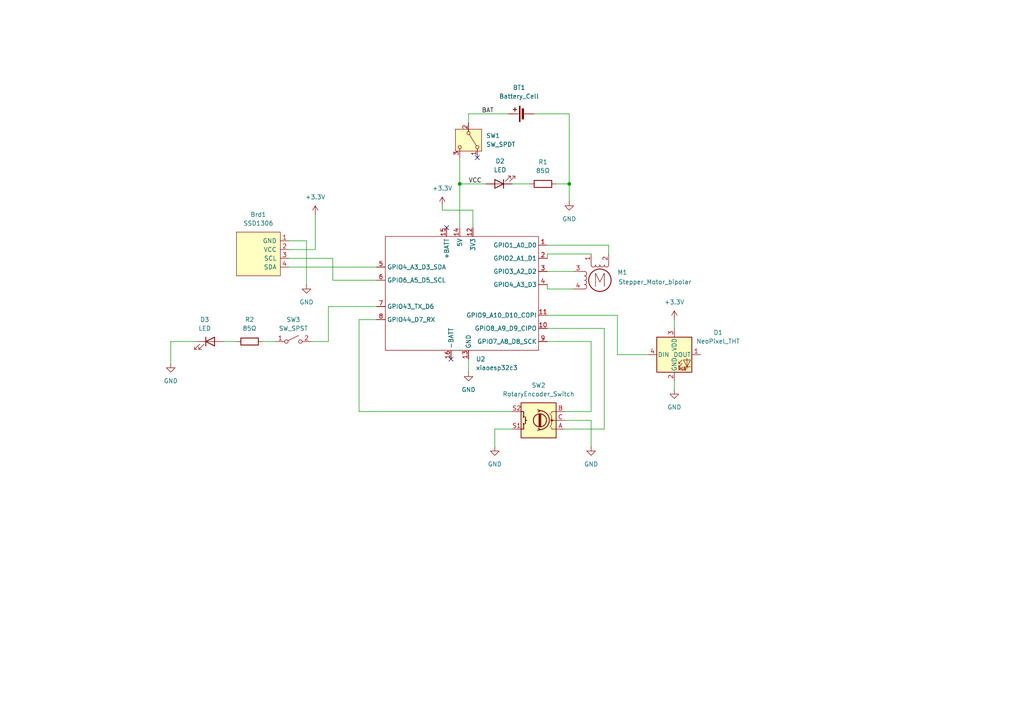
<source format=kicad_sch>
(kicad_sch (version 20250114) (generator "eeschema") (generator_version "9.0")
  (paper "A4")
  (title_block (title "Display Device: Desktop Hydration Gauge") (date "2026-02-02") (rev "v2.0") (company "Smart Water Intake Tracker") (comment 1 "Zihan Yang"))
  (lib_symbols
    (symbol "Device:Battery_Cell" (pin_numbers (hide yes)) (pin_names (offset 0) (hide yes))
      (property "Reference" "BT" (at 2.54 2.54 0))
      (property "Value" "Battery_Cell" (at 2.54 0 0))
      (symbol "Battery_Cell_0_1"
        (rectangle (start -2.286 1.778) (end 2.286 1.524) (fill (type outline)))
        (rectangle (start -1.524 1.016) (end 1.524 0.508) (fill (type outline)))
        (polyline (pts (xy 0 1.778) (xy 0 2.54)))
        (polyline (pts (xy 0 0.762) (xy 0 0)))
        (polyline (pts (xy 0.762 3.048) (xy 1.778 3.048)) (stroke (width 0.254)))
        (polyline (pts (xy 1.27 3.556) (xy 1.27 2.54)) (stroke (width 0.254)))
      )
      (symbol "Battery_Cell_1_1"
        (pin passive line (at 0 5.08 270) (length 2.54) (name "+") (number "1"))
        (pin passive line (at 0 -2.54 90) (length 2.54) (name "-") (number "2"))
      )
    )
    (symbol "Device:LED" (pin_numbers (hide yes)) (pin_names (offset 1.016) (hide yes))
      (property "Reference" "D" (at 0 2.54 0))
      (property "Value" "LED" (at 0 -2.54 0))
      (symbol "LED_0_1"
        (polyline (pts (xy -3.048 -0.762) (xy -4.572 -2.286) (xy -3.81 -2.286) (xy -4.572 -2.286) (xy -4.572 -1.524)))
        (polyline (pts (xy -1.778 -0.762) (xy -3.302 -2.286) (xy -2.54 -2.286) (xy -3.302 -2.286) (xy -3.302 -1.524)))
        (polyline (pts (xy -1.27 0) (xy 1.27 0)))
        (polyline (pts (xy -1.27 -1.27) (xy -1.27 1.27)) (stroke (width 0.254)))
        (polyline (pts (xy 1.27 -1.27) (xy 1.27 1.27) (xy -1.27 0) (xy 1.27 -1.27)) (stroke (width 0.254)))
      )
      (symbol "LED_1_1"
        (pin passive line (at -3.81 0 0) (length 2.54) (name "K") (number "1"))
        (pin passive line (at 3.81 0 180) (length 2.54) (name "A") (number "2"))
      )
    )
    (symbol "Device:R" (pin_numbers (hide yes)) (pin_names (offset 0))
      (property "Reference" "R" (at 2.032 0 90))
      (property "Value" "R" (at 0 0 90))
      (symbol "R_0_1"
        (rectangle (start -1.016 -2.54) (end 1.016 2.54) (stroke (width 0.254)))
      )
      (symbol "R_1_1"
        (pin passive line (at 0 3.81 270) (length 1.27) (name "~") (number "1"))
        (pin passive line (at 0 -3.81 90) (length 1.27) (name "~") (number "2"))
      )
    )
    (symbol "Device:RotaryEncoder_Switch" (pin_names (offset 0.254) (hide yes))
      (property "Reference" "SW" (at 0 6.604 0))
      (property "Value" "RotaryEncoder_Switch" (at 0 -6.604 0))
      (symbol "RotaryEncoder_Switch_0_1"
        (rectangle (start -5.08 5.08) (end 5.08 -5.08) (stroke (width 0.254)) (fill (type background)))
        (polyline (pts (xy -5.08 2.54) (xy -3.81 2.54) (xy -3.81 2.032)))
        (polyline (pts (xy -5.08 0) (xy -3.81 0) (xy -3.81 -1.016) (xy -3.302 -2.032)))
        (polyline (pts (xy -5.08 -2.54) (xy -3.81 -2.54) (xy -3.81 -2.032)))
        (polyline (pts (xy -4.318 0) (xy -3.81 0) (xy -3.81 1.016) (xy -3.302 2.032)))
        (circle (center -3.81 0) (radius 0.254) (fill (type outline)))
        (polyline (pts (xy -0.635 -1.778) (xy -0.635 1.778)) (stroke (width 0.254)))
        (circle (center -0.381 0) (radius 1.905) (stroke (width 0.254)))
        (polyline (pts (xy -0.381 -1.778) (xy -0.381 1.778)) (stroke (width 0.254)))
        (arc (start -0.381 -2.794) (mid -3.0988 -0.0635) (end -0.381 2.667) (stroke (width 0.254)))
        (polyline (pts (xy -0.127 1.778) (xy -0.127 -1.778)) (stroke (width 0.254)))
        (polyline (pts (xy 0.254 2.921) (xy -0.508 2.667) (xy 0.127 2.286)) (stroke (width 0.254)))
        (polyline (pts (xy 0.254 -3.048) (xy -0.508 -2.794) (xy 0.127 -2.413)) (stroke (width 0.254)))
        (polyline (pts (xy 3.81 1.016) (xy 3.81 -1.016)) (stroke (width 0.254)))
        (polyline (pts (xy 3.81 0) (xy 3.429 0)) (stroke (width 0.254)))
        (circle (center 4.318 1.016) (radius 0.127) (stroke (width 0.254)))
        (circle (center 4.318 -1.016) (radius 0.127) (stroke (width 0.254)))
        (polyline (pts (xy 5.08 2.54) (xy 4.318 2.54) (xy 4.318 1.016)) (stroke (width 0.254)))
        (polyline (pts (xy 5.08 -2.54) (xy 4.318 -2.54) (xy 4.318 -1.016)) (stroke (width 0.254)))
      )
      (symbol "RotaryEncoder_Switch_1_1"
        (pin passive line (at -7.62 2.54 0) (length 2.54) (name "A") (number "A"))
        (pin passive line (at -7.62 0 0) (length 2.54) (name "C") (number "C"))
        (pin passive line (at -7.62 -2.54 0) (length 2.54) (name "B") (number "B"))
        (pin passive line (at 7.62 2.54 180) (length 2.54) (name "S1") (number "S1"))
        (pin passive line (at 7.62 -2.54 180) (length 2.54) (name "S2") (number "S2"))
      )
    )
    (symbol "GIX_ESP32:XIAO_ESP32"
      (property "Reference" "U" (at -19.812 18.288 0))
      (symbol "XIAO_ESP32_0_1"
        (polyline (pts (xy -21.59 16.51) (xy -21.59 -16.51) (xy 22.86 -16.51) (xy 22.86 16.51) (xy -21.59 16.51)))
      )
      (symbol "XIAO_ESP32_1_1"
        (pin bidirectional line (at -24.13 7.62 0) (length 2.54) (name "GPIO4_A3_D3_SDA") (number "5"))
        (pin bidirectional line (at -24.13 3.81 0) (length 2.54) (name "GPIO6_A5_D5_SCL") (number "6"))
        (pin bidirectional line (at -24.13 -3.81 0) (length 2.54) (name "GPIO43_TX_D6") (number "7"))
        (pin bidirectional line (at -24.13 -7.62 0) (length 2.54) (name "GPIO44_D7_RX") (number "8"))
        (pin bidirectional line (at -3.81 19.05 270) (length 2.54) (name "+BATT") (number "15"))
        (pin bidirectional line (at -2.54 -19.05 90) (length 2.54) (name "-BATT") (number "16"))
        (pin bidirectional line (at 0 19.05 270) (length 2.54) (name "5V") (number "14"))
        (pin bidirectional line (at 2.54 -19.05 90) (length 2.54) (name "GND") (number "13"))
        (pin bidirectional line (at 3.81 19.05 270) (length 2.54) (name "3V3") (number "12"))
        (pin bidirectional line (at 25.4 13.97 180) (length 2.54) (name "GPIO1_A0_D0") (number "1"))
        (pin bidirectional line (at 25.4 10.16 180) (length 2.54) (name "GPIO2_A1_D1") (number "2"))
        (pin bidirectional line (at 25.4 6.35 180) (length 2.54) (name "GPIO3_A2_D2") (number "3"))
        (pin bidirectional line (at 25.4 2.54 180) (length 2.54) (name "GPIO4_A3_D3") (number "4"))
        (pin bidirectional line (at 25.4 -6.35 180) (length 2.54) (name "GPIO9_A10_D10_COPI") (number "11"))
        (pin bidirectional line (at 25.4 -10.16 180) (length 2.54) (name "GPIO8_A9_D9_CIPO") (number "10"))
        (pin bidirectional line (at 25.4 -13.97 180) (length 2.54) (name "GPIO7_A8_D8_SCK") (number "9"))
      )
    )
    (symbol "LED:NeoPixel_THT" (pin_names (offset 0.254))
      (property "Reference" "D" (at 5.08 5.715 0))
      (property "Value" "NeoPixel_THT" (at 1.27 -5.715 0))
      (symbol "NeoPixel_THT_0_0"
        (text "RGB" (at 2.286 -4.191 0) (effects (font (size 0.762 0.762))))
      )
      (symbol "NeoPixel_THT_0_1"
        (polyline (pts (xy 1.27 -2.54) (xy 1.778 -2.54)))
        (polyline (pts (xy 1.27 -3.556) (xy 1.778 -3.556)))
        (polyline (pts (xy 2.286 -1.524) (xy 1.27 -2.54) (xy 1.27 -2.032)))
        (polyline (pts (xy 2.286 -2.54) (xy 1.27 -3.556) (xy 1.27 -3.048)))
        (polyline (pts (xy 3.683 -1.016) (xy 3.683 -3.556) (xy 3.683 -4.064)))
        (polyline (pts (xy 4.699 -1.524) (xy 2.667 -1.524) (xy 3.683 -3.556) (xy 4.699 -1.524)))
        (polyline (pts (xy 4.699 -3.556) (xy 2.667 -3.556)))
        (rectangle (start 5.08 5.08) (end -5.08 -5.08) (stroke (width 0.254)) (fill (type background)))
      )
      (symbol "NeoPixel_THT_1_1"
        (pin input line (at -7.62 0 0) (length 2.54) (name "DIN") (number "4"))
        (pin power_in line (at 0 7.62 270) (length 2.54) (name "VDD") (number "3"))
        (pin power_in line (at 0 -7.62 90) (length 2.54) (name "GND") (number "2"))
        (pin output line (at 7.62 0 180) (length 2.54) (name "DOUT") (number "1"))
      )
    )
    (symbol "Motor:Stepper_Motor_bipolar" (pin_names (offset 0) (hide yes))
      (property "Reference" "M" (at 3.81 2.54 0))
      (property "Value" "Stepper_Motor_bipolar" (at 3.81 1.27 0))
      (symbol "Stepper_Motor_bipolar_0_0"
        (polyline (pts (xy -1.27 -1.778) (xy -1.27 2.032) (xy 0 -0.508) (xy 1.27 2.032) (xy 1.27 -1.778)))
      )
      (symbol "Stepper_Motor_bipolar_0_1"
        (polyline (pts (xy -5.08 2.54) (xy -4.445 2.54)))
        (polyline (pts (xy -5.08 -2.54) (xy -4.445 -2.54)))
        (arc (start -4.445 2.54) (mid -3.8127 1.905) (end -4.445 1.27))
        (arc (start -4.445 1.27) (mid -3.8127 0.635) (end -4.445 0))
        (arc (start -4.445 0) (mid -3.8127 -0.635) (end -4.445 -1.27))
        (arc (start -4.445 -1.27) (mid -3.8127 -1.905) (end -4.445 -2.54))
        (polyline (pts (xy -2.54 5.08) (xy -2.54 4.445)))
        (arc (start -1.27 4.445) (mid -1.905 3.8127) (end -2.54 4.445))
        (arc (start 0 4.445) (mid -0.635 3.8127) (end -1.27 4.445))
        (circle (center 0 0) (radius 3.2512) (stroke (width 0.254)))
        (arc (start 1.27 4.445) (mid 0.635 3.8127) (end 0 4.445))
        (arc (start 2.54 4.445) (mid 1.905 3.8127) (end 1.27 4.445))
        (polyline (pts (xy 2.54 5.08) (xy 2.54 4.445)))
      )
      (symbol "Stepper_Motor_bipolar_1_1"
        (pin passive line (at -7.62 2.54 0) (length 2.54) (name "~") (number "3"))
        (pin passive line (at -7.62 -2.54 0) (length 2.54) (name "~") (number "4"))
        (pin passive line (at -2.54 7.62 270) (length 2.54) (name "~") (number "1"))
        (pin passive line (at 2.54 7.62 270) (length 2.54) (name "-") (number "2"))
      )
    )
    (symbol "SSD1306-128x64_OLED:SSD1306" (pin_names (offset 1.016))
      (property "Reference" "Brd" (at 0 -3.81 0))
      (property "Value" "SSD1306" (at 0 -1.27 0))
      (symbol "SSD1306_0_1"
        (rectangle (start -6.35 6.35) (end 6.35 -6.35) (fill (type background)))
      )
      (symbol "SSD1306_1_1"
        (pin input line (at -3.81 8.89 270) (length 2.54) (name "GND") (number "1"))
        (pin input line (at -1.27 8.89 270) (length 2.54) (name "VCC") (number "2"))
        (pin input line (at 1.27 8.89 270) (length 2.54) (name "SCL") (number "3"))
        (pin input line (at 3.81 8.89 270) (length 2.54) (name "SDA") (number "4"))
      )
    )
    (symbol "Switch:SW_SPDT" (pin_names (offset 0) (hide yes))
      (property "Reference" "SW" (at 0 5.08 0))
      (property "Value" "SW_SPDT" (at 0 -5.08 0))
      (symbol "SW_SPDT_0_1"
        (circle (center -2.032 0) (radius 0.4572))
        (polyline (pts (xy -1.651 0.254) (xy 1.651 2.286)))
        (circle (center 2.032 2.54) (radius 0.4572))
        (circle (center 2.032 -2.54) (radius 0.4572))
      )
      (symbol "SW_SPDT_1_1"
        (rectangle (start -3.175 3.81) (end 3.175 -3.81) (fill (type background)))
        (pin passive line (at -5.08 0 0) (length 2.54) (name "B") (number "2"))
        (pin passive line (at 5.08 2.54 180) (length 2.54) (name "A") (number "1"))
        (pin passive line (at 5.08 -2.54 180) (length 2.54) (name "C") (number "3"))
      )
    )
    (symbol "Switch:SW_SPST" (pin_names (offset 0) (hide yes))
      (property "Reference" "SW" (at 0 3.175 0))
      (property "Value" "SW_SPST" (at 0 -2.54 0))
      (symbol "SW_SPST_0_0"
        (circle (center -2.032 0) (radius 0.508))
        (polyline (pts (xy -1.524 0.254) (xy 1.524 1.778)))
        (circle (center 2.032 0) (radius 0.508))
      )
      (symbol "SW_SPST_1_1"
        (pin passive line (at -5.08 0 0) (length 2.54) (name "A") (number "1"))
        (pin passive line (at 5.08 0 180) (length 2.54) (name "B") (number "2"))
      )
    )
    (symbol "power:+3.3V" (power) (pin_numbers (hide yes)) (pin_names (offset 0) (hide yes))
      (property "Value" "+3.3V" (at 0 3.556 0))
      (symbol "+3.3V_0_1"
        (polyline (pts (xy -0.762 1.27) (xy 0 2.54)))
        (polyline (pts (xy 0 2.54) (xy 0.762 1.27)))
        (polyline (pts (xy 0 0) (xy 0 2.54)))
      )
      (symbol "+3.3V_1_1"
        (pin power_in line (at 0 0 90) (length 0) (name "~") (number "1"))
      )
    )
    (symbol "power:GND" (power) (pin_numbers (hide yes)) (pin_names (offset 0) (hide yes))
      (property "Value" "GND" (at 0 -3.81 0))
      (symbol "GND_0_1"
        (polyline (pts (xy 0 0) (xy 0 -1.27) (xy 1.27 -1.27) (xy 0 -2.54) (xy -1.27 -1.27) (xy 0 -1.27)))
      )
      (symbol "GND_1_1"
        (pin power_in line (at 0 0 270) (length 0) (name "~") (number "1"))
      )
    )
  )
  (junction (at 133.35 53.34))
  (junction (at 165.1 53.34))
  (no_connect (at 129.54 66.04))
  (no_connect (at 130.81 104.14))
  (no_connect (at 138.43 45.72))
  (wire (pts (xy 83.82 72.39) (xy 91.44 72.39)))
  (wire (pts (xy 163.83 124.46) (xy 175.26 124.46)))
  (wire (pts (xy 104.14 119.38) (xy 148.59 119.38)))
  (wire (pts (xy 133.35 53.34) (xy 133.35 66.04)))
  (wire (pts (xy 171.45 121.92) (xy 163.83 121.92)))
  (wire (pts (xy 154.94 33.02) (xy 165.1 33.02)))
  (wire (pts (xy 83.82 77.47) (xy 109.22 77.47)))
  (wire (pts (xy 49.53 99.06) (xy 57.15 99.06)))
  (wire (pts (xy 104.14 92.71) (xy 104.14 119.38)))
  (wire (pts (xy 109.22 92.71) (xy 104.14 92.71)))
  (wire (pts (xy 128.27 60.96) (xy 137.16 60.96)))
  (wire (pts (xy 158.75 73.66) (xy 171.45 73.66)))
  (wire (pts (xy 179.07 91.44) (xy 179.07 102.87)))
  (wire (pts (xy 109.22 88.9) (xy 95.25 88.9)))
  (wire (pts (xy 158.75 91.44) (xy 179.07 91.44)))
  (wire (pts (xy 158.75 78.74) (xy 166.37 78.74)))
  (wire (pts (xy 171.45 129.54) (xy 171.45 121.92)))
  (wire (pts (xy 158.75 95.25) (xy 175.26 95.25)))
  (wire (pts (xy 179.07 102.87) (xy 187.96 102.87)))
  (wire (pts (xy 128.27 59.69) (xy 128.27 60.96)))
  (wire (pts (xy 49.53 105.41) (xy 49.53 99.06)))
  (wire (pts (xy 158.75 99.06) (xy 171.45 99.06)))
  (wire (pts (xy 158.75 82.55) (xy 158.75 83.82)))
  (wire (pts (xy 88.9 69.85) (xy 88.9 82.55)))
  (wire (pts (xy 143.51 129.54) (xy 143.51 124.46)))
  (wire (pts (xy 135.89 33.02) (xy 135.89 35.56)))
  (wire (pts (xy 76.2 99.06) (xy 80.01 99.06)))
  (wire (pts (xy 158.75 73.66) (xy 158.75 74.93)))
  (wire (pts (xy 95.25 88.9) (xy 95.25 99.06)))
  (wire (pts (xy 175.26 95.25) (xy 175.26 124.46)))
  (wire (pts (xy 64.77 99.06) (xy 68.58 99.06)))
  (wire (pts (xy 165.1 33.02) (xy 165.1 53.34)))
  (wire (pts (xy 148.59 53.34) (xy 153.67 53.34)))
  (wire (pts (xy 143.51 124.46) (xy 148.59 124.46)))
  (wire (pts (xy 135.89 33.02) (xy 147.32 33.02)))
  (wire (pts (xy 96.52 74.93) (xy 96.52 81.28)))
  (wire (pts (xy 171.45 119.38) (xy 163.83 119.38)))
  (wire (pts (xy 195.58 92.71) (xy 195.58 95.25)))
  (wire (pts (xy 158.75 83.82) (xy 166.37 83.82)))
  (wire (pts (xy 176.53 71.12) (xy 158.75 71.12)))
  (wire (pts (xy 83.82 69.85) (xy 88.9 69.85)))
  (wire (pts (xy 165.1 53.34) (xy 165.1 58.42)))
  (wire (pts (xy 176.53 73.66) (xy 176.53 71.12)))
  (wire (pts (xy 133.35 45.72) (xy 133.35 53.34)))
  (wire (pts (xy 135.89 104.14) (xy 135.89 107.95)))
  (wire (pts (xy 83.82 74.93) (xy 96.52 74.93)))
  (wire (pts (xy 195.58 110.49) (xy 195.58 113.03)))
  (wire (pts (xy 137.16 60.96) (xy 137.16 66.04)))
  (wire (pts (xy 171.45 99.06) (xy 171.45 119.38)))
  (wire (pts (xy 165.1 53.34) (xy 161.29 53.34)))
  (wire (pts (xy 91.44 72.39) (xy 91.44 62.23)))
  (wire (pts (xy 96.52 81.28) (xy 109.22 81.28)))
  (wire (pts (xy 133.35 53.34) (xy 140.97 53.34)))
  (wire (pts (xy 95.25 99.06) (xy 90.17 99.06)))
  (label "BAT" (at 139.7 33.02 0))
  (label "VCC" (at 135.89 53.34 0))
  (symbol (lib_id "Device:RotaryEncoder_Switch") (at 156.21 121.92 180) (unit 1)
    (property "Reference" "SW2" (at 156.21 111.76 0))
    (property "Value" "RotaryEncoder_Switch" (at 156.21 114.3 0))
    (property "Footprint" "Rotary_Encoder:RotaryEncoder_Alps_EC11E-Switch_Vertical_H20mm" (effects (hide yes)))
    (property "Description" "Rotary encoder, dual channel, incremental quadrate outputs, with switch" (effects (hide yes)))
  )
  (symbol (lib_id "Device:LED") (at 60.96 99.06 0) (unit 1)
    (property "Reference" "D3" (at 59.3725 92.71 0))
    (property "Value" "LED" (at 59.3725 95.25 0))
    (property "Footprint" "LED_SMD:LED_0805_2012Metric_Pad1.15x1.40mm_HandSolder" (effects (hide yes)))
    (property "Description" "Light emitting diode" (effects (hide yes)))
    (property "Sim.Pins" "1=K 2=A" (effects (hide yes)))
  )
  (symbol (lib_id "SSD1306-128x64_OLED:SSD1306") (at 74.93 73.66 270) (unit 1)
    (property "Reference" "Brd1" (at 74.93 62.23 90))
    (property "Value" "SSD1306" (at 74.93 64.77 90))
    (property "Footprint" "SSD1306:128x64OLED" (effects (hide yes)))
    (property "Description" "SSD1306 OLED" (effects (hide yes)))
  )
  (symbol (lib_id "Motor:Stepper_Motor_bipolar") (at 173.99 81.28 0) (unit 1)
    (property "Reference" "M1" (at 179.07 78.994 0) (effects (justify left)))
    (property "Value" "Stepper_Motor_bipolar" (at 179.324 81.788 0) (effects (justify left)))
    (property "Footprint" "x27_Footprint:x27_stepper" (effects (hide yes)))
    (property "Datasheet" "http://www.infineon.com/dgdl/Application-Note-TLE8110EE_driving_UniPolarStepperMotor_V1.1.pdf?fileId=db3a30431be39b97011be5d0aa0a00b0" (effects (hide yes)))
    (property "Description" "4-wire bipolar stepper motor" (effects (hide yes)))
  )
  (symbol (lib_id "Device:R") (at 157.48 53.34 90) (unit 1)
    (property "Reference" "R1" (at 157.48 46.99 90))
    (property "Value" "85Ω" (at 157.48 49.53 90))
    (property "Footprint" "Resistor_SMD:R_0805_2012Metric_Pad1.20x1.40mm_HandSolder" (effects (hide yes)))
    (property "Description" "Resistor" (effects (hide yes)))
  )
  (symbol (lib_id "power:GND") (at 88.9 82.55 0) (unit 1)
    (property "Reference" "#PWR07" (effects (hide yes)))
    (property "Value" "GND" (at 88.9 87.63 0))
    (property "Description" "Power symbol creates a global label with name \"GND\" , ground" (effects (hide yes)))
  )
  (symbol (lib_id "Device:Battery_Cell") (at 152.4 33.02 90) (unit 1)
    (property "Reference" "BT1" (at 150.5585 25.4 90))
    (property "Value" "Battery_Cell" (at 150.5585 27.94 90))
    (property "Footprint" "Connector_PinSocket_2.54mm:PinSocket_1x02_P2.54mm_Vertical" (effects (hide yes)))
    (property "Description" "Single-cell battery" (effects (hide yes)))
  )
  (symbol (lib_id "power:GND") (at 165.1 58.42 0) (unit 1)
    (property "Reference" "#PWR010" (effects (hide yes)))
    (property "Value" "GND" (at 165.1 63.5 0))
    (property "Description" "Power symbol creates a global label with name \"GND\" , ground" (effects (hide yes)))
  )
  (symbol (lib_id "Switch:SW_SPDT") (at 135.89 40.64 270) (unit 1)
    (property "Reference" "SW1" (at 140.97 39.3699 90) (effects (justify left)))
    (property "Value" "SW_SPDT" (at 140.97 41.9099 90) (effects (justify left)))
    (property "Footprint" "Connector_PinSocket_2.54mm:PinSocket_1x03_P2.54mm_Vertical" (effects (hide yes)))
    (property "Description" "Switch, single pole double throw" (effects (hide yes)))
  )
  (symbol (lib_id "Device:R") (at 72.39 99.06 90) (unit 1)
    (property "Reference" "R2" (at 72.39 92.71 90))
    (property "Value" "85Ω" (at 72.39 95.25 90))
    (property "Footprint" "Resistor_SMD:R_0805_2012Metric_Pad1.20x1.40mm_HandSolder" (effects (hide yes)))
    (property "Description" "Resistor" (effects (hide yes)))
  )
  (symbol (lib_id "GIX_ESP32:XIAO_ESP32") (at 133.35 85.09 0) (unit 1)
    (property "Reference" "U2" (at 138.0333 104.14 0) (effects (justify left)))
    (property "Value" "xiaoesp32c3" (at 138.0333 106.68 0) (effects (justify left)))
    (property "Footprint" "GIX_ESP32:XIAO_ESP32" (effects (hide yes)))
  )
  (symbol (lib_id "Switch:SW_SPST") (at 85.09 99.06 0) (unit 1)
    (property "Reference" "SW3" (at 85.09 92.71 0))
    (property "Value" "SW_SPST" (at 85.09 95.25 0))
    (property "Footprint" "Connector_PinSocket_2.54mm:PinSocket_1x02_P2.54mm_Vertical" (effects (hide yes)))
    (property "Description" "Single Pole Single Throw (SPST) switch" (effects (hide yes)))
  )
  (symbol (lib_id "Device:LED") (at 144.78 53.34 180) (unit 1)
    (property "Reference" "D2" (at 145.034 46.736 0))
    (property "Value" "LED" (at 145.034 49.276 0))
    (property "Footprint" "LED_SMD:LED_0805_2012Metric_Pad1.15x1.40mm_HandSolder" (effects (hide yes)))
    (property "Description" "Light emitting diode" (effects (hide yes)))
    (property "Sim.Pins" "1=K 2=A" (effects (hide yes)))
  )
  (symbol (lib_id "power:GND") (at 195.58 113.03 0) (unit 1)
    (property "Reference" "#PWR06" (effects (hide yes)))
    (property "Value" "GND" (at 195.58 118.11 0))
    (property "Description" "Power symbol creates a global label with name \"GND\" , ground" (effects (hide yes)))
  )
  (symbol (lib_id "power:+3.3V") (at 195.58 92.71 0) (unit 1)
    (property "Reference" "#PWR05" (effects (hide yes)))
    (property "Value" "+3.3V" (at 195.58 87.63 0))
    (property "Description" "Power symbol creates a global label with name \"+3.3V\"" (effects (hide yes)))
  )
  (symbol (lib_id "power:GND") (at 143.51 129.54 0) (unit 1)
    (property "Reference" "#PWR04" (effects (hide yes)))
    (property "Value" "GND" (at 143.51 134.62 0))
    (property "Description" "Power symbol creates a global label with name \"GND\" , ground" (effects (hide yes)))
  )
  (symbol (lib_id "LED:NeoPixel_THT") (at 195.58 102.87 0) (unit 1)
    (property "Reference" "D1" (at 208.28 96.4498 0))
    (property "Value" "NeoPixel_THT" (at 208.28 98.9898 0))
    (property "Footprint" "Connector_PinSocket_2.54mm:PinSocket_1x04_P2.54mm_Vertical" (effects (hide yes)))
    (property "Datasheet" "https://www.adafruit.com/product/1938" (effects (hide yes)))
    (property "Description" "RGB LED with integrated controller, 5mm/8mm LED package" (effects (hide yes)))
  )
  (symbol (lib_id "power:GND") (at 135.89 107.95 0) (unit 1)
    (property "Reference" "#PWR03" (effects (hide yes)))
    (property "Value" "GND" (at 135.89 113.03 0))
    (property "Description" "Power symbol creates a global label with name \"GND\" , ground" (effects (hide yes)))
  )
  (symbol (lib_id "power:GND") (at 49.53 105.41 0) (unit 1)
    (property "Reference" "#PWR08" (effects (hide yes)))
    (property "Value" "GND" (at 49.53 110.49 0))
    (property "Description" "Power symbol creates a global label with name \"GND\" , ground" (effects (hide yes)))
  )
  (symbol (lib_id "power:+3.3V") (at 128.27 59.69 0) (unit 1)
    (property "Reference" "#PWR09" (effects (hide yes)))
    (property "Value" "+3.3V" (at 128.27 54.61 0))
    (property "Description" "Power symbol creates a global label with name \"+3.3V\"" (effects (hide yes)))
  )
  (symbol (lib_id "power:+3.3V") (at 91.44 62.23 0) (unit 1)
    (property "Reference" "#PWR01" (effects (hide yes)))
    (property "Value" "+3.3V" (at 91.44 57.15 0))
    (property "Description" "Power symbol creates a global label with name \"+3.3V\"" (effects (hide yes)))
  )
  (symbol (lib_id "power:GND") (at 171.45 129.54 0) (unit 1)
    (property "Reference" "#PWR02" (effects (hide yes)))
    (property "Value" "GND" (at 171.45 134.62 0))
    (property "Description" "Power symbol creates a global label with name \"GND\" , ground" (effects (hide yes)))
  )
)
</source>
